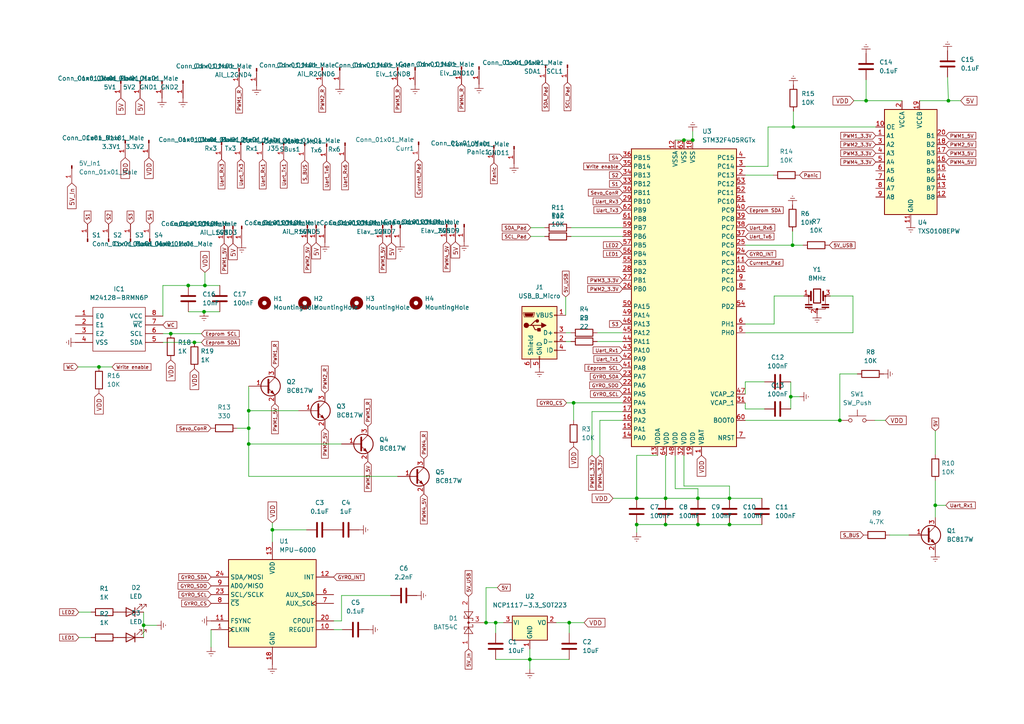
<source format=kicad_sch>
(kicad_sch (version 20211123) (generator eeschema)
  (paper "A4")
  (title_block (title "Flight Controller V3") (comment 4 "Designed by Ahmet Mert Degirmenci"))
  (lib_symbols
    (symbol "Connector:Conn_01x01_Male" (pin_names (offset 1.016) hide)
      (property "Reference" "J" (at 0 2.54 0))
      (property "Value" "Conn_01x01_Male" (at 0 -2.54 0))
      (symbol "Conn_01x01_Male_1_1"
        (pin passive line (at 5.08 0 180) (length 3.81) (name "Pin_1") (number "1"))
      )
    )
    (symbol "Connector:USB_B_Micro" (pin_names (offset 1.016))
      (property "Reference" "J" (at -5.08 11.43 0))
      (property "Value" "USB_B_Micro" (at -5.08 8.89 0))
      (symbol "USB_B_Micro_1_1"
        (pin power_out line (at 7.62 5.08 180) (length 2.54) (name "VBUS") (number "1"))
        (pin bidirectional line (at 7.62 -2.54 180) (length 2.54) (name "D-") (number "2"))
        (pin bidirectional line (at 7.62 0 180) (length 2.54) (name "D+") (number "3"))
        (pin passive line (at 7.62 -5.08 180) (length 2.54) (name "ID") (number "4"))
        (pin power_out line (at 0 -10.16 90) (length 2.54) (name "GND") (number "5"))
        (pin passive line (at -2.54 -10.16 90) (length 2.54) (name "Shield") (number "6"))
      )
    )
    (symbol "Device:C" (pin_numbers hide) (pin_names (offset 0.254))
      (property "Reference" "C" (at 0.635 2.54 0))
      (property "Value" "C" (at 0.635 -2.54 0))
      (symbol "C_1_1"
        (pin passive line (at 0 3.81 270) (length 2.794) (name "~") (number "1"))
        (pin passive line (at 0 -3.81 90) (length 2.794) (name "~") (number "2"))
      )
    )
    (symbol "Device:LED" (pin_numbers hide) (pin_names (offset 1.016) hide)
      (property "Reference" "D" (at 0 2.54 0))
      (property "Value" "LED" (at 0 -2.54 0))
      (symbol "LED_1_1"
        (pin passive line (at -3.81 0 0) (length 2.54) (name "K") (number "1"))
        (pin passive line (at 3.81 0 180) (length 2.54) (name "A") (number "2"))
      )
    )
    (symbol "Device:R" (pin_numbers hide) (pin_names (offset 0))
      (property "Reference" "R" (at 2.032 0 90))
      (property "Value" "R" (at 0 0 90))
      (symbol "R_1_1"
        (pin passive line (at 0 3.81 270) (length 1.27) (name "~") (number "1"))
        (pin passive line (at 0 -3.81 90) (length 1.27) (name "~") (number "2"))
      )
    )
    (symbol "Device:Resonator" (pin_names (offset 1.016) hide)
      (property "Reference" "Y" (at 0 5.715 0))
      (property "Value" "Resonator" (at 0 3.81 0))
      (symbol "Resonator_1_1"
        (pin passive line (at -3.81 0 0) (length 1.27) (name "1") (number "1"))
        (pin passive line (at 0 -5.08 90) (length 1.27) (name "2") (number "2"))
        (pin passive line (at 3.81 0 180) (length 1.27) (name "3") (number "3"))
      )
    )
    (symbol "Diode:BAT54C" (pin_names (offset 1.016))
      (property "Reference" "D" (at 0.635 -3.81 0))
      (property "Value" "BAT54C" (at -6.35 3.175 0))
      (symbol "BAT54C_1_1"
        (pin passive line (at -7.62 0 0) (length 3.81) (name "~") (number "1"))
        (pin passive line (at 7.62 0 180) (length 3.81) (name "~") (number "2"))
        (pin passive line (at 0 -5.08 90) (length 5.08) (name "~") (number "3"))
      )
    )
    (symbol "Logic_LevelTranslator:TXS0108EPW"
      (property "Reference" "U" (at -6.35 16.51 0))
      (property "Value" "TXS0108EPW" (at 3.81 16.51 0))
      (symbol "TXS0108EPW_1_1"
        (pin bidirectional line (at -10.16 7.62 0) (length 2.54) (name "A1") (number "1"))
        (pin input line (at -10.16 10.16 0) (length 2.54) (name "OE") (number "10"))
        (pin power_in line (at 0 -17.78 90) (length 2.54) (name "GND") (number "11"))
        (pin bidirectional line (at 10.16 -10.16 180) (length 2.54) (name "B8") (number "12"))
        (pin bidirectional line (at 10.16 -7.62 180) (length 2.54) (name "B7") (number "13"))
        (pin bidirectional line (at 10.16 -5.08 180) (length 2.54) (name "B6") (number "14"))
        (pin bidirectional line (at 10.16 -2.54 180) (length 2.54) (name "B5") (number "15"))
        (pin bidirectional line (at 10.16 0 180) (length 2.54) (name "B4") (number "16"))
        (pin bidirectional line (at 10.16 2.54 180) (length 2.54) (name "B3") (number "17"))
        (pin bidirectional line (at 10.16 5.08 180) (length 2.54) (name "B2") (number "18"))
        (pin power_in line (at 2.54 17.78 270) (length 2.54) (name "VCCB") (number "19"))
        (pin power_in line (at -2.54 17.78 270) (length 2.54) (name "VCCA") (number "2"))
        (pin bidirectional line (at 10.16 7.62 180) (length 2.54) (name "B1") (number "20"))
        (pin bidirectional line (at -10.16 5.08 0) (length 2.54) (name "A2") (number "3"))
        (pin bidirectional line (at -10.16 2.54 0) (length 2.54) (name "A3") (number "4"))
        (pin bidirectional line (at -10.16 0 0) (length 2.54) (name "A4") (number "5"))
        (pin bidirectional line (at -10.16 -2.54 0) (length 2.54) (name "A5") (number "6"))
        (pin bidirectional line (at -10.16 -5.08 0) (length 2.54) (name "A6") (number "7"))
        (pin bidirectional line (at -10.16 -7.62 0) (length 2.54) (name "A7") (number "8"))
        (pin bidirectional line (at -10.16 -10.16 0) (length 2.54) (name "A8") (number "9"))
      )
    )
    (symbol "M24128-BRMN6P:M24128-BRMN6P" (pin_names (offset 0.762))
      (property "Reference" "IC" (at 21.59 7.62 0))
      (property "Value" "M24128-BRMN6P" (at 21.59 5.08 0))
      (symbol "M24128-BRMN6P_0_0"
        (pin passive line (at 0 0 0) (length 5.08) (name "E0") (number "1"))
        (pin passive line (at 0 -2.54 0) (length 5.08) (name "E1") (number "2"))
        (pin passive line (at 0 -5.08 0) (length 5.08) (name "E2") (number "3"))
        (pin passive line (at 0 -7.62 0) (length 5.08) (name "VSS") (number "4"))
        (pin passive line (at 25.4 -7.62 180) (length 5.08) (name "SDA") (number "5"))
        (pin passive line (at 25.4 -5.08 180) (length 5.08) (name "SCL") (number "6"))
        (pin passive line (at 25.4 -2.54 180) (length 5.08) (name "~{WC}") (number "7"))
        (pin passive line (at 25.4 0 180) (length 5.08) (name "VCC") (number "8"))
      )
    )
    (symbol "MCU_ST_STM32F4:STM32F405RGTx"
      (property "Reference" "U" (at -15.24 44.45 0))
      (property "Value" "STM32F405RGTx" (at 10.16 44.45 0))
      (symbol "STM32F405RGTx_1_1"
        (pin power_in line (at -5.08 45.72 270) (length 2.54) (name "VBAT") (number "1"))
        (pin bidirectional line (at -17.78 -7.62 0) (length 2.54) (name "PC2") (number "10"))
        (pin bidirectional line (at -17.78 -10.16 0) (length 2.54) (name "PC3") (number "11"))
        (pin power_in line (at 2.54 -45.72 90) (length 2.54) (name "VSSA") (number "12"))
        (pin power_in line (at 7.62 45.72 270) (length 2.54) (name "VDDA") (number "13"))
        (pin bidirectional line (at 17.78 40.64 180) (length 2.54) (name "PA0") (number "14"))
        (pin bidirectional line (at 17.78 38.1 180) (length 2.54) (name "PA1") (number "15"))
        (pin bidirectional line (at 17.78 35.56 180) (length 2.54) (name "PA2") (number "16"))
        (pin bidirectional line (at 17.78 33.02 180) (length 2.54) (name "PA3") (number "17"))
        (pin power_in line (at -2.54 -45.72 90) (length 2.54) (name "VSS") (number "18"))
        (pin power_in line (at -2.54 45.72 270) (length 2.54) (name "VDD") (number "19"))
        (pin bidirectional line (at -17.78 -35.56 0) (length 2.54) (name "PC13") (number "2"))
        (pin bidirectional line (at 17.78 30.48 180) (length 2.54) (name "PA4") (number "20"))
        (pin bidirectional line (at 17.78 27.94 180) (length 2.54) (name "PA5") (number "21"))
        (pin bidirectional line (at 17.78 25.4 180) (length 2.54) (name "PA6") (number "22"))
        (pin bidirectional line (at 17.78 22.86 180) (length 2.54) (name "PA7") (number "23"))
        (pin bidirectional line (at -17.78 -12.7 0) (length 2.54) (name "PC4") (number "24"))
        (pin bidirectional line (at -17.78 -15.24 0) (length 2.54) (name "PC5") (number "25"))
        (pin bidirectional line (at 17.78 -2.54 180) (length 2.54) (name "PB0") (number "26"))
        (pin bidirectional line (at 17.78 -5.08 180) (length 2.54) (name "PB1") (number "27"))
        (pin bidirectional line (at 17.78 -7.62 180) (length 2.54) (name "PB2") (number "28"))
        (pin bidirectional line (at 17.78 -27.94 180) (length 2.54) (name "PB10") (number "29"))
        (pin bidirectional line (at -17.78 -38.1 0) (length 2.54) (name "PC14") (number "3"))
        (pin bidirectional line (at 17.78 -30.48 180) (length 2.54) (name "PB11") (number "30"))
        (pin power_in line (at -17.78 30.48 0) (length 2.54) (name "VCAP_1") (number "31"))
        (pin power_in line (at 0 45.72 270) (length 2.54) (name "VDD") (number "32"))
        (pin bidirectional line (at 17.78 -33.02 180) (length 2.54) (name "PB12") (number "33"))
        (pin bidirectional line (at 17.78 -35.56 180) (length 2.54) (name "PB13") (number "34"))
        (pin bidirectional line (at 17.78 -38.1 180) (length 2.54) (name "PB14") (number "35"))
        (pin bidirectional line (at 17.78 -40.64 180) (length 2.54) (name "PB15") (number "36"))
        (pin bidirectional line (at -17.78 -17.78 0) (length 2.54) (name "PC6") (number "37"))
        (pin bidirectional line (at -17.78 -20.32 0) (length 2.54) (name "PC7") (number "38"))
        (pin bidirectional line (at -17.78 -22.86 0) (length 2.54) (name "PC8") (number "39"))
        (pin bidirectional line (at -17.78 -40.64 0) (length 2.54) (name "PC15") (number "4"))
        (pin bidirectional line (at -17.78 -25.4 0) (length 2.54) (name "PC9") (number "40"))
        (pin bidirectional line (at 17.78 20.32 180) (length 2.54) (name "PA8") (number "41"))
        (pin bidirectional line (at 17.78 17.78 180) (length 2.54) (name "PA9") (number "42"))
        (pin bidirectional line (at 17.78 15.24 180) (length 2.54) (name "PA10") (number "43"))
        (pin bidirectional line (at 17.78 12.7 180) (length 2.54) (name "PA11") (number "44"))
        (pin bidirectional line (at 17.78 10.16 180) (length 2.54) (name "PA12") (number "45"))
        (pin bidirectional line (at 17.78 7.62 180) (length 2.54) (name "PA13") (number "46"))
        (pin power_in line (at -17.78 27.94 0) (length 2.54) (name "VCAP_2") (number "47"))
        (pin power_in line (at 2.54 45.72 270) (length 2.54) (name "VDD") (number "48"))
        (pin bidirectional line (at 17.78 5.08 180) (length 2.54) (name "PA14") (number "49"))
        (pin input line (at -17.78 10.16 0) (length 2.54) (name "PH0") (number "5"))
        (pin bidirectional line (at 17.78 2.54 180) (length 2.54) (name "PA15") (number "50"))
        (pin bidirectional line (at -17.78 -27.94 0) (length 2.54) (name "PC10") (number "51"))
        (pin bidirectional line (at -17.78 -30.48 0) (length 2.54) (name "PC11") (number "52"))
        (pin bidirectional line (at -17.78 -33.02 0) (length 2.54) (name "PC12") (number "53"))
        (pin bidirectional line (at -17.78 2.54 0) (length 2.54) (name "PD2") (number "54"))
        (pin bidirectional line (at 17.78 -10.16 180) (length 2.54) (name "PB3") (number "55"))
        (pin bidirectional line (at 17.78 -12.7 180) (length 2.54) (name "PB4") (number "56"))
        (pin bidirectional line (at 17.78 -15.24 180) (length 2.54) (name "PB5") (number "57"))
        (pin bidirectional line (at 17.78 -17.78 180) (length 2.54) (name "PB6") (number "58"))
        (pin bidirectional line (at 17.78 -20.32 180) (length 2.54) (name "PB7") (number "59"))
        (pin input line (at -17.78 7.62 0) (length 2.54) (name "PH1") (number "6"))
        (pin input line (at -17.78 35.56 0) (length 2.54) (name "BOOT0") (number "60"))
        (pin bidirectional line (at 17.78 -22.86 180) (length 2.54) (name "PB8") (number "61"))
        (pin bidirectional line (at 17.78 -25.4 180) (length 2.54) (name "PB9") (number "62"))
        (pin power_in line (at 0 -45.72 90) (length 2.54) (name "VSS") (number "63"))
        (pin power_in line (at 5.08 45.72 270) (length 2.54) (name "VDD") (number "64"))
        (pin input line (at -17.78 40.64 0) (length 2.54) (name "NRST") (number "7"))
        (pin bidirectional line (at -17.78 -2.54 0) (length 2.54) (name "PC0") (number "8"))
        (pin bidirectional line (at -17.78 -5.08 0) (length 2.54) (name "PC1") (number "9"))
      )
    )
    (symbol "Mechanical:MountingHole" (pin_names (offset 1.016))
      (property "Reference" "H" (at 0 5.08 0))
      (property "Value" "MountingHole" (at 0 3.175 0))
    )
    (symbol "Regulator_Linear:NCP1117-3.3_SOT223" (pin_names (offset 0.254))
      (property "Reference" "U" (at -3.81 3.175 0))
      (property "Value" "NCP1117-3.3_SOT223" (at 0 3.175 0))
      (symbol "NCP1117-3.3_SOT223_1_1"
        (pin power_in line (at 0 -7.62 90) (length 2.54) (name "GND") (number "1"))
        (pin power_out line (at 7.62 0 180) (length 2.54) (name "VO") (number "2"))
        (pin power_in line (at -7.62 0 0) (length 2.54) (name "VI") (number "3"))
      )
    )
    (symbol "Sensor_Motion:MPU-6000"
      (property "Reference" "U" (at -11.43 13.97 0))
      (property "Value" "MPU-6000" (at 7.62 -13.97 0))
      (symbol "MPU-6000_1_1"
        (pin input clock (at -17.78 -7.62 0) (length 5.08) (name "CLKIN") (number "1"))
        (pin passive line (at 17.78 -7.62 180) (length 5.08) (name "REGOUT") (number "10"))
        (pin input line (at -17.78 -5.08 0) (length 5.08) (name "FSYNC") (number "11"))
        (pin output line (at 17.78 7.62 180) (length 5.08) (name "INT") (number "12"))
        (pin power_in line (at 0 17.78 270) (length 5.08) (name "VDD") (number "13"))
        (pin power_in line (at 0 -17.78 90) (length 5.08) (name "GND") (number "18"))
        (pin passive line (at 17.78 -5.08 180) (length 5.08) (name "CPOUT") (number "20"))
        (pin input line (at -17.78 2.54 0) (length 5.08) (name "SCL/SCLK") (number "23"))
        (pin bidirectional line (at -17.78 7.62 0) (length 5.08) (name "SDA/MOSI") (number "24"))
        (pin bidirectional line (at 17.78 2.54 180) (length 5.08) (name "AUX_SDA") (number "6"))
        (pin output clock (at 17.78 0 180) (length 5.08) (name "AUX_SCL") (number "7"))
        (pin input line (at -17.78 0 0) (length 5.08) (name "~{CS}") (number "8"))
        (pin bidirectional line (at -17.78 5.08 0) (length 5.08) (name "AD0/MISO") (number "9"))
      )
    )
    (symbol "Switch:SW_Push" (pin_numbers hide) (pin_names (offset 1.016) hide)
      (property "Reference" "SW" (at 1.27 2.54 0))
      (property "Value" "SW_Push" (at 0 -1.524 0))
      (symbol "SW_Push_0_1"
        (pin passive line (at -5.08 0 0) (length 2.54) (name "1") (number "1"))
        (pin passive line (at 5.08 0 180) (length 2.54) (name "2") (number "2"))
      )
    )
    (symbol "Transistor_BJT:BC817W" (pin_names (offset 0) hide)
      (property "Reference" "Q" (at 5.08 1.905 0))
      (property "Value" "BC817W" (at 5.08 0 0))
      (symbol "BC817W_1_1"
        (pin input line (at -5.08 0 0) (length 5.715) (name "B") (number "1"))
        (pin passive line (at 2.54 -5.08 90) (length 2.54) (name "E") (number "2"))
        (pin passive line (at 2.54 5.08 270) (length 2.54) (name "C") (number "3"))
      )
    )
    (symbol "power:Earth" (power) (pin_names (offset 0))
      (symbol "Earth_1_1"
        (pin power_in line (at 0 0 270) (length 0) hide (name "Earth") (number "1"))
      )
    )
  )
  (junction (at 251.206 29.21))
  (junction (at 229.362 115.062))
  (junction (at 78.994 153.67))
  (junction (at 229.87 71.12))
  (junction (at 275.082 29.21))
  (junction (at 72.136 128.778))
  (junction (at 153.67 191.262))
  (junction (at 56.388 99.314))
  (junction (at 230.124 36.83))
  (junction (at 271.272 146.558))
  (junction (at 72.136 119.126))
  (junction (at 202.438 144.526))
  (junction (at 59.436 82.804))
  (junction (at 184.658 152.146))
  (junction (at 184.658 144.526))
  (junction (at 49.53 96.774))
  (junction (at 41.656 181.356))
  (junction (at 59.182 90.424))
  (junction (at 243.586 121.92))
  (junction (at 165.1 180.594))
  (junction (at 211.582 152.146))
  (junction (at 143.764 180.594))
  (junction (at 193.04 144.526))
  (junction (at 72.136 124.206))
  (junction (at 202.438 152.146))
  (junction (at 198.374 40.64))
  (junction (at 140.97 180.594))
  (junction (at 166.37 116.84))
  (junction (at 28.702 106.426))
  (junction (at 211.582 144.526))
  (junction (at 200.914 40.64))
  (junction (at 193.04 152.146))
  (junction (at 54.61 82.804))
  (wire (pts (xy 61.214 187.706) (xy 61.214 182.626)))
  (wire (pts (xy 271.272 146.558) (xy 271.272 150.114)))
  (wire (pts (xy 275.082 29.21) (xy 266.7 29.21)))
  (wire (pts (xy 253.746 121.92) (xy 256.794 121.92)))
  (wire (pts (xy 240.792 85.852) (xy 247.396 85.852)))
  (wire (pts (xy 56.388 99.314) (xy 58.42 99.314)))
  (wire (pts (xy 193.04 144.526) (xy 184.658 144.526)))
  (wire (pts (xy 153.924 68.58) (xy 157.988 68.58)))
  (wire (pts (xy 72.136 112.014) (xy 72.136 119.126)))
  (wire (pts (xy 211.582 144.526) (xy 220.98 144.526)))
  (wire (pts (xy 258.064 155.194) (xy 263.652 155.194)))
  (wire (pts (xy 200.914 38.1) (xy 200.914 40.64)))
  (wire (pts (xy 41.656 181.356) (xy 45.466 181.356)))
  (wire (pts (xy 173.99 121.92) (xy 173.99 132.08)))
  (wire (pts (xy 22.86 177.546) (xy 26.416 177.546)))
  (wire (pts (xy 96.774 180.086) (xy 99.06 180.086)))
  (wire (pts (xy 78.994 157.226) (xy 78.994 153.67)))
  (wire (pts (xy 165.1 180.594) (xy 169.418 180.594)))
  (wire (pts (xy 202.438 144.526) (xy 202.438 141.732)))
  (wire (pts (xy 177.8 144.526) (xy 184.658 144.526)))
  (wire (pts (xy 54.61 90.424) (xy 59.182 90.424)))
  (wire (pts (xy 211.582 140.97) (xy 211.582 144.526)))
  (wire (pts (xy 153.924 66.04) (xy 157.988 66.04)))
  (wire (pts (xy 180.594 116.84) (xy 166.37 116.84)))
  (wire (pts (xy 22.86 184.912) (xy 26.416 184.912)))
  (wire (pts (xy 153.67 191.262) (xy 165.1 191.262)))
  (wire (pts (xy 243.586 108.458) (xy 248.666 108.458)))
  (wire (pts (xy 140.97 180.594) (xy 140.97 170.434)))
  (wire (pts (xy 72.136 128.778) (xy 99.06 128.778)))
  (wire (pts (xy 164.338 116.84) (xy 166.37 116.84)))
  (wire (pts (xy 99.06 180.086) (xy 99.06 172.72)))
  (wire (pts (xy 184.658 144.526) (xy 184.658 132.08)))
  (wire (pts (xy 216.154 93.98) (xy 224.536 93.98)))
  (wire (pts (xy 222.758 36.83) (xy 222.758 48.26)))
  (wire (pts (xy 164.084 86.106) (xy 164.084 91.44)))
  (wire (pts (xy 229.362 110.744) (xy 229.362 115.062)))
  (wire (pts (xy 99.06 172.72) (xy 113.284 172.72)))
  (wire (pts (xy 47.244 82.804) (xy 54.61 82.804)))
  (wire (pts (xy 153.67 191.262) (xy 153.67 194.056)))
  (wire (pts (xy 166.37 116.84) (xy 166.37 121.92)))
  (wire (pts (xy 216.154 121.92) (xy 243.586 121.92)))
  (wire (pts (xy 211.582 140.97) (xy 198.374 140.97)))
  (wire (pts (xy 173.228 99.06) (xy 180.594 99.06)))
  (wire (pts (xy 153.67 188.214) (xy 153.67 191.262)))
  (wire (pts (xy 180.594 119.38) (xy 171.704 119.38)))
  (wire (pts (xy 171.704 119.38) (xy 171.704 132.08)))
  (wire (pts (xy 224.282 50.8) (xy 216.154 50.8)))
  (wire (pts (xy 47.244 82.804) (xy 47.244 91.694)))
  (wire (pts (xy 198.374 140.97) (xy 198.374 132.08)))
  (wire (pts (xy 251.206 23.114) (xy 251.206 29.21)))
  (wire (pts (xy 140.97 180.594) (xy 143.764 180.594)))
  (wire (pts (xy 195.834 40.64) (xy 198.374 40.64)))
  (wire (pts (xy 72.136 119.126) (xy 86.614 119.126)))
  (wire (pts (xy 68.834 124.206) (xy 72.136 124.206)))
  (wire (pts (xy 224.536 85.852) (xy 224.536 93.98)))
  (wire (pts (xy 59.436 82.804) (xy 63.754 82.804)))
  (wire (pts (xy 180.594 121.92) (xy 173.99 121.92)))
  (wire (pts (xy 271.272 139.446) (xy 271.272 146.558)))
  (wire (pts (xy 202.438 141.732) (xy 195.834 141.732)))
  (wire (pts (xy 47.244 96.774) (xy 49.53 96.774)))
  (wire (pts (xy 230.124 36.83) (xy 222.758 36.83)))
  (wire (pts (xy 164.084 96.52) (xy 165.608 96.52)))
  (wire (pts (xy 274.828 22.352) (xy 275.082 29.21)))
  (wire (pts (xy 229.362 115.062) (xy 229.362 118.618)))
  (wire (pts (xy 216.154 96.52) (xy 247.396 96.52)))
  (wire (pts (xy 143.764 180.594) (xy 146.05 180.594)))
  (wire (pts (xy 140.97 170.434) (xy 144.272 170.434)))
  (wire (pts (xy 164.084 99.06) (xy 165.608 99.06)))
  (wire (pts (xy 216.154 114.3) (xy 216.154 110.744)))
  (wire (pts (xy 78.994 151.638) (xy 78.994 153.67)))
  (wire (pts (xy 193.04 144.526) (xy 193.04 132.08)))
  (wire (pts (xy 216.154 71.12) (xy 229.87 71.12)))
  (wire (pts (xy 184.658 152.146) (xy 184.658 154.432)))
  (wire (pts (xy 195.834 141.732) (xy 195.834 132.08)))
  (wire (pts (xy 165.608 68.58) (xy 180.594 68.58)))
  (wire (pts (xy 47.244 99.314) (xy 56.388 99.314)))
  (wire (pts (xy 28.702 106.426) (xy 32.512 106.426)))
  (wire (pts (xy 165.1 180.594) (xy 161.29 180.594)))
  (wire (pts (xy 115.316 138.176) (xy 72.136 138.176)))
  (wire (pts (xy 271.272 124.968) (xy 271.272 131.826)))
  (wire (pts (xy 271.272 146.558) (xy 274.32 146.558)))
  (wire (pts (xy 54.61 82.804) (xy 59.436 82.804)))
  (wire (pts (xy 216.154 118.618) (xy 221.742 118.618)))
  (wire (pts (xy 230.124 32.258) (xy 230.124 36.83)))
  (wire (pts (xy 72.136 138.176) (xy 72.136 128.778)))
  (wire (pts (xy 193.04 144.526) (xy 202.438 144.526)))
  (wire (pts (xy 193.04 132.08) (xy 193.294 132.08)))
  (wire (pts (xy 243.586 108.458) (xy 243.586 121.92)))
  (wire (pts (xy 247.65 29.21) (xy 251.206 29.21)))
  (wire (pts (xy 229.362 115.062) (xy 231.902 115.062)))
  (wire (pts (xy 222.758 48.26) (xy 216.154 48.26)))
  (wire (pts (xy 165.608 66.04) (xy 180.594 66.04)))
  (wire (pts (xy 72.136 119.126) (xy 72.136 124.206)))
  (wire (pts (xy 232.918 71.12) (xy 229.87 71.12)))
  (wire (pts (xy 229.87 71.12) (xy 229.87 67.056)))
  (wire (pts (xy 78.994 153.67) (xy 88.9 153.67)))
  (wire (pts (xy 165.1 183.642) (xy 165.1 180.594)))
  (wire (pts (xy 220.98 152.146) (xy 211.582 152.146)))
  (wire (pts (xy 193.04 152.146) (xy 184.658 152.146)))
  (wire (pts (xy 224.536 85.852) (xy 233.172 85.852)))
  (wire (pts (xy 202.438 152.146) (xy 193.04 152.146)))
  (wire (pts (xy 211.582 152.146) (xy 202.438 152.146)))
  (wire (pts (xy 184.658 132.08) (xy 190.754 132.08)))
  (wire (pts (xy 72.136 124.206) (xy 72.136 128.778)))
  (wire (pts (xy 173.228 96.52) (xy 180.594 96.52)))
  (wire (pts (xy 216.154 110.744) (xy 221.742 110.744)))
  (wire (pts (xy 49.53 96.774) (xy 58.42 96.774)))
  (wire (pts (xy 216.154 116.84) (xy 216.154 118.618)))
  (wire (pts (xy 22.606 106.426) (xy 28.702 106.426)))
  (wire (pts (xy 202.438 144.526) (xy 211.582 144.526)))
  (wire (pts (xy 198.374 40.64) (xy 200.914 40.64)))
  (wire (pts (xy 143.764 180.594) (xy 143.764 183.642)))
  (wire (pts (xy 251.206 29.21) (xy 261.62 29.21)))
  (wire (pts (xy 254 36.83) (xy 230.124 36.83)))
  (wire (pts (xy 96.774 182.626) (xy 99.314 182.626)))
  (wire (pts (xy 59.436 82.804) (xy 59.436 78.994)))
  (wire (pts (xy 59.182 90.424) (xy 63.754 90.424)))
  (wire (pts (xy 41.656 181.356) (xy 41.656 184.912)))
  (wire (pts (xy 41.656 177.546) (xy 41.656 181.356)))
  (wire (pts (xy 278.638 29.21) (xy 275.082 29.21)))
  (wire (pts (xy 143.764 191.262) (xy 153.67 191.262)))
  (wire (pts (xy 247.396 85.852) (xy 247.396 96.52)))
  (global_label "LED2" (shape input) (at 22.86 177.546 180) (effects (font (size 1 1))) (property "Intersheet References" "${INTERSHEET_REFS}" (effects hide)))
  (global_label "PWM1_5V" (shape input) (at 79.756 117.094 270) (effects (font (size 1 1))) (property "Intersheet References" "${INTERSHEET_REFS}" (effects hide)))
  (global_label "GYRO_CS" (shape input) (at 164.338 116.84 180) (effects (font (size 1 1))) (property "Intersheet References" "${INTERSHEET_REFS}" (effects hide)))
  (global_label "GYRO_SCL" (shape input) (at 180.594 114.3 180) (effects (font (size 1 1))) (property "Intersheet References" "${INTERSHEET_REFS}" (effects hide)))
  (global_label "VDD" (shape input) (at 78.994 151.638 90) (property "Intersheet References" "${INTERSHEET_REFS}" (effects hide)))
  (global_label "VDD" (shape input) (at 36.322 45.72 270) (property "Intersheet References" "${INTERSHEET_REFS}" (effects hide)))
  (global_label "5V_In" (shape input) (at 20.828 53.086 270) (property "Intersheet References" "${INTERSHEET_REFS}" (effects hide)))
  (global_label "Eeprom SDA" (shape input) (at 58.42 99.314 0) (effects (font (size 1 1))) (property "Intersheet References" "${INTERSHEET_REFS}" (effects hide)))
  (global_label "PWM1_3.3V" (shape input) (at 171.704 132.08 270) (effects (font (size 1 1))) (property "Intersheet References" "${INTERSHEET_REFS}" (effects hide)))
  (global_label "VDD" (shape input) (at 256.794 121.92 0) (property "Intersheet References" "${INTERSHEET_REFS}" (effects hide)))
  (global_label "5V" (shape input) (at 278.638 29.21 0) (property "Intersheet References" "${INTERSHEET_REFS}" (effects hide)))
  (global_label "PWM2_R" (shape input) (at 93.472 24.638 270) (effects (font (size 1 1))) (property "Intersheet References" "${INTERSHEET_REFS}" (effects hide)))
  (global_label "Uart_Rx6" (shape input) (at 100.076 46.482 270) (effects (font (size 1 1))) (property "Intersheet References" "${INTERSHEET_REFS}" (effects hide)))
  (global_label "5V" (shape input) (at 40.64 28.448 270) (property "Intersheet References" "${INTERSHEET_REFS}" (effects hide)))
  (global_label "PWM4_5V" (shape input) (at 122.936 143.256 270) (effects (font (size 1 1))) (property "Intersheet References" "${INTERSHEET_REFS}" (effects hide)))
  (global_label "S2" (shape input) (at 31.496 65.024 90) (effects (font (size 1 1))) (property "Intersheet References" "${INTERSHEET_REFS}" (effects hide)))
  (global_label "PWM3_3.3V" (shape input) (at 180.594 81.28 180) (effects (font (size 1 1))) (property "Intersheet References" "${INTERSHEET_REFS}" (effects hide)))
  (global_label "Uart_Tx3" (shape input) (at 69.85 46.228 270) (effects (font (size 1 1))) (property "Intersheet References" "${INTERSHEET_REFS}" (effects hide)))
  (global_label "PWM2_5V" (shape input) (at 94.234 124.206 270) (effects (font (size 1 1))) (property "Intersheet References" "${INTERSHEET_REFS}" (effects hide)))
  (global_label "VDD" (shape input) (at 203.454 132.08 270) (property "Intersheet References" "${INTERSHEET_REFS}" (effects hide)))
  (global_label "GYRO_SDO" (shape input) (at 61.214 169.926 180) (effects (font (size 1 1))) (property "Intersheet References" "${INTERSHEET_REFS}" (effects hide)))
  (global_label "PWM3_5V" (shape input) (at 274.32 44.45 0) (effects (font (size 1 1))) (property "Intersheet References" "${INTERSHEET_REFS}" (effects hide)))
  (global_label "S2" (shape input) (at 180.594 50.8 180) (effects (font (size 1 1))) (property "Intersheet References" "${INTERSHEET_REFS}" (effects hide)))
  (global_label "S3" (shape input) (at 37.846 65.024 90) (effects (font (size 1 1))) (property "Intersheet References" "${INTERSHEET_REFS}" (effects hide)))
  (global_label "Panic" (shape input) (at 143.256 47.244 270) (effects (font (size 1 1))) (property "Intersheet References" "${INTERSHEET_REFS}" (effects hide)))
  (global_label "LED2" (shape input) (at 180.594 71.12 180) (effects (font (size 1 1))) (property "Intersheet References" "${INTERSHEET_REFS}" (effects hide)))
  (global_label "Uart_Tx1" (shape input) (at 82.296 46.228 270) (effects (font (size 1 1))) (property "Intersheet References" "${INTERSHEET_REFS}" (effects hide)))
  (global_label "S1" (shape input) (at 25.4 65.024 90) (effects (font (size 1 1))) (property "Intersheet References" "${INTERSHEET_REFS}" (effects hide)))
  (global_label "5V" (shape input) (at 113.538 70.358 270) (property "Intersheet References" "${INTERSHEET_REFS}" (effects hide)))
  (global_label "5V" (shape input) (at 91.694 70.358 270) (property "Intersheet References" "${INTERSHEET_REFS}" (effects hide)))
  (global_label "VDD" (shape input) (at 28.702 114.046 270) (property "Intersheet References" "${INTERSHEET_REFS}" (effects hide)))
  (global_label "GYRO_SDA" (shape input) (at 61.214 167.386 180) (effects (font (size 1 1))) (property "Intersheet References" "${INTERSHEET_REFS}" (effects hide)))
  (global_label "PWM2_5V" (shape input) (at 89.154 70.358 270) (effects (font (size 1 1))) (property "Intersheet References" "${INTERSHEET_REFS}" (effects hide)))
  (global_label "Eeprom SDA" (shape input) (at 216.154 60.96 0) (effects (font (size 1 1))) (property "Intersheet References" "${INTERSHEET_REFS}" (effects hide)))
  (global_label "Panic" (shape input) (at 231.902 50.8 0) (effects (font (size 1 1))) (property "Intersheet References" "${INTERSHEET_REFS}" (effects hide)))
  (global_label "PWM3_3.3V" (shape input) (at 254 44.45 180) (effects (font (size 1 1))) (property "Intersheet References" "${INTERSHEET_REFS}" (effects hide)))
  (global_label "5V_USB" (shape input) (at 240.538 71.12 0) (effects (font (size 1 1))) (property "Intersheet References" "${INTERSHEET_REFS}" (effects hide)))
  (global_label "PWM3_5V" (shape input) (at 110.998 70.358 270) (effects (font (size 1 1))) (property "Intersheet References" "${INTERSHEET_REFS}" (effects hide)))
  (global_label "LED1" (shape input) (at 22.86 184.912 180) (effects (font (size 1 1))) (property "Intersheet References" "${INTERSHEET_REFS}" (effects hide)))
  (global_label "Uart_Tx1" (shape input) (at 180.594 104.14 180) (effects (font (size 1 1))) (property "Intersheet References" "${INTERSHEET_REFS}" (effects hide)))
  (global_label "S3" (shape input) (at 180.594 93.98 180) (effects (font (size 1 1))) (property "Intersheet References" "${INTERSHEET_REFS}" (effects hide)))
  (global_label "SCL_Pad" (shape input) (at 164.592 23.876 270) (effects (font (size 1 1))) (property "Intersheet References" "${INTERSHEET_REFS}" (effects hide)))
  (global_label "GYRO_CS" (shape input) (at 61.214 175.006 180) (effects (font (size 1 1))) (property "Intersheet References" "${INTERSHEET_REFS}" (effects hide)))
  (global_label "Write enable" (shape input) (at 32.512 106.426 0) (effects (font (size 1 1))) (property "Intersheet References" "${INTERSHEET_REFS}" (effects hide)))
  (global_label "Uart_Tx3" (shape input) (at 180.594 60.96 180) (effects (font (size 1 1))) (property "Intersheet References" "${INTERSHEET_REFS}" (effects hide)))
  (global_label "PWM4_R" (shape input) (at 133.858 24.384 270) (effects (font (size 1 1))) (property "Intersheet References" "${INTERSHEET_REFS}" (effects hide)))
  (global_label "Current_Pad" (shape input) (at 216.154 76.2 0) (effects (font (size 1 1))) (property "Intersheet References" "${INTERSHEET_REFS}" (effects hide)))
  (global_label "PWM1_5V" (shape input) (at 274.32 39.37 0) (effects (font (size 1 1))) (property "Intersheet References" "${INTERSHEET_REFS}" (effects hide)))
  (global_label "Uart_Tx6" (shape input) (at 216.154 68.58 0) (effects (font (size 1 1))) (property "Intersheet References" "${INTERSHEET_REFS}" (effects hide)))
  (global_label "VDD" (shape input) (at 166.37 129.54 270) (property "Intersheet References" "${INTERSHEET_REFS}" (effects hide)))
  (global_label "Uart_Rx1" (shape input) (at 180.594 101.6 180) (effects (font (size 1 1))) (property "Intersheet References" "${INTERSHEET_REFS}" (effects hide)))
  (global_label "WC" (shape input) (at 22.606 106.426 180) (effects (font (size 1 1))) (property "Intersheet References" "${INTERSHEET_REFS}" (effects hide)))
  (global_label "Uart_Tx6" (shape input) (at 94.742 46.736 270) (effects (font (size 1 1))) (property "Intersheet References" "${INTERSHEET_REFS}" (effects hide)))
  (global_label "Sevo_ConR" (shape input) (at 61.214 124.206 180) (effects (font (size 1 1))) (property "Intersheet References" "${INTERSHEET_REFS}" (effects hide)))
  (global_label "PWM2_3.3V" (shape input) (at 180.594 83.82 180) (effects (font (size 1 1))) (property "Intersheet References" "${INTERSHEET_REFS}" (effects hide)))
  (global_label "PWM2_3.3V" (shape input) (at 254 41.91 180) (effects (font (size 1 1))) (property "Intersheet References" "${INTERSHEET_REFS}" (effects hide)))
  (global_label "Uart_Rx3" (shape input) (at 64.262 46.228 270) (effects (font (size 1 1))) (property "Intersheet References" "${INTERSHEET_REFS}" (effects hide)))
  (global_label "Eeprom SCL" (shape input) (at 58.42 96.774 0) (effects (font (size 1 1))) (property "Intersheet References" "${INTERSHEET_REFS}" (effects hide)))
  (global_label "VDD" (shape input) (at 177.8 144.526 180) (property "Intersheet References" "${INTERSHEET_REFS}" (effects hide)))
  (global_label "Uart_Rx3" (shape input) (at 180.594 58.42 180) (effects (font (size 1 1))) (property "Intersheet References" "${INTERSHEET_REFS}" (effects hide)))
  (global_label "Uart_Rx6" (shape input) (at 216.154 66.04 0) (effects (font (size 1 1))) (property "Intersheet References" "${INTERSHEET_REFS}" (effects hide)))
  (global_label "VDD" (shape input) (at 59.436 78.994 90) (property "Intersheet References" "${INTERSHEET_REFS}" (effects hide)))
  (global_label "PWM4_3.3V" (shape input) (at 173.99 132.08 270) (effects (font (size 1 1))) (property "Intersheet References" "${INTERSHEET_REFS}" (effects hide)))
  (global_label "5V" (shape input) (at 35.052 28.448 270) (property "Intersheet References" "${INTERSHEET_REFS}" (effects hide)))
  (global_label "VDD" (shape input) (at 247.65 29.21 180) (property "Intersheet References" "${INTERSHEET_REFS}" (effects hide)))
  (global_label "GYRO_INT" (shape input) (at 96.774 167.386 0) (effects (font (size 1 1))) (property "Intersheet References" "${INTERSHEET_REFS}" (effects hide)))
  (global_label "PWM1_3.3V" (shape input) (at 254 39.37 180) (effects (font (size 1 1))) (property "Intersheet References" "${INTERSHEET_REFS}" (effects hide)))
  (global_label "SCL_Pad" (shape input) (at 153.924 68.58 180) (effects (font (size 1 1))) (property "Intersheet References" "${INTERSHEET_REFS}" (effects hide)))
  (global_label "PWM4_R" (shape input) (at 122.936 133.096 90) (effects (font (size 1 1))) (property "Intersheet References" "${INTERSHEET_REFS}" (effects hide)))
  (global_label "5V_In" (shape input) (at 135.89 188.214 270) (effects (font (size 1 1))) (property "Intersheet References" "${INTERSHEET_REFS}" (effects hide)))
  (global_label "LED1" (shape input) (at 180.594 73.66 180) (effects (font (size 1 1))) (property "Intersheet References" "${INTERSHEET_REFS}" (effects hide)))
  (global_label "5V" (shape input) (at 271.272 124.968 90) (effects (font (size 1 1))) (property "Intersheet References" "${INTERSHEET_REFS}" (effects hide)))
  (global_label "Write enable" (shape input) (at 180.594 48.26 180) (effects (font (size 1 1))) (property "Intersheet References" "${INTERSHEET_REFS}" (effects hide)))
  (global_label "VDD" (shape input) (at 49.53 104.394 270) (property "Intersheet References" "${INTERSHEET_REFS}" (effects hide)))
  (global_label "Current_Pad" (shape input) (at 121.412 46.228 270) (effects (font (size 1 1))) (property "Intersheet References" "${INTERSHEET_REFS}" (effects hide)))
  (global_label "PWM1_R" (shape input) (at 79.756 106.934 90) (effects (font (size 1 1))) (property "Intersheet References" "${INTERSHEET_REFS}" (effects hide)))
  (global_label "SDA_Pad" (shape input) (at 158.242 23.876 270) (effects (font (size 1 1))) (property "Intersheet References" "${INTERSHEET_REFS}" (effects hide)))
  (global_label "5V_USB" (shape input) (at 164.084 86.106 90) (effects (font (size 1 1))) (property "Intersheet References" "${INTERSHEET_REFS}" (effects hide)))
  (global_label "PWM4_5V" (shape input) (at 274.32 46.99 0) (effects (font (size 1 1))) (property "Intersheet References" "${INTERSHEET_REFS}" (effects hide)))
  (global_label "S4" (shape input) (at 43.434 65.024 90) (effects (font (size 1 1))) (property "Intersheet References" "${INTERSHEET_REFS}" (effects hide)))
  (global_label "GYRO_SDO" (shape input) (at 180.594 111.76 180) (effects (font (size 1 1))) (property "Intersheet References" "${INTERSHEET_REFS}" (effects hide)))
  (global_label "S4" (shape input) (at 180.594 45.72 180) (effects (font (size 1 1))) (property "Intersheet References" "${INTERSHEET_REFS}" (effects hide)))
  (global_label "PWM3_R" (shape input) (at 115.316 24.638 270) (effects (font (size 1 1))) (property "Intersheet References" "${INTERSHEET_REFS}" (effects hide)))
  (global_label "PWM2_5V" (shape input) (at 274.32 41.91 0) (effects (font (size 1 1))) (property "Intersheet References" "${INTERSHEET_REFS}" (effects hide)))
  (global_label "VDD" (shape input) (at 43.18 45.72 270) (property "Intersheet References" "${INTERSHEET_REFS}" (effects hide)))
  (global_label "PWM2_R" (shape input) (at 94.234 114.046 90) (effects (font (size 1 1))) (property "Intersheet References" "${INTERSHEET_REFS}" (effects hide)))
  (global_label "S1" (shape input) (at 180.594 53.34 180) (effects (font (size 1 1))) (property "Intersheet References" "${INTERSHEET_REFS}" (effects hide)))
  (global_label "GYRO_INT" (shape input) (at 216.154 73.66 0) (effects (font (size 1 1))) (property "Intersheet References" "${INTERSHEET_REFS}" (effects hide)))
  (global_label "PWM3_R" (shape input) (at 106.68 123.698 90) (effects (font (size 1 1))) (property "Intersheet References" "${INTERSHEET_REFS}" (effects hide)))
  (global_label "PWM3_5V" (shape input) (at 106.68 133.858 270) (effects (font (size 1 1))) (property "Intersheet References" "${INTERSHEET_REFS}" (effects hide)))
  (global_label "Uart_Rx1" (shape input) (at 274.32 146.558 0) (effects (font (size 1 1))) (property "Intersheet References" "${INTERSHEET_REFS}" (effects hide)))
  (global_label "PWM1_R" (shape input) (at 69.342 24.892 270) (effects (font (size 1 1))) (property "Intersheet References" "${INTERSHEET_REFS}" (effects hide)))
  (global_label "PWM1_5V" (shape input) (at 65.024 70.612 270) (effects (font (size 1 1))) (property "Intersheet References" "${INTERSHEET_REFS}" (effects hide)))
  (global_label "5V" (shape input) (at 132.08 70.104 270) (property "Intersheet References" "${INTERSHEET_REFS}" (effects hide)))
  (global_label "GYRO_SCL" (shape input) (at 61.214 172.466 180) (effects (font (size 1 1))) (property "Intersheet References" "${INTERSHEET_REFS}" (effects hide)))
  (global_label "Eeprom SCL" (shape input) (at 180.594 106.68 180) (effects (font (size 1 1))) (property "Intersheet References" "${INTERSHEET_REFS}" (effects hide)))
  (global_label "WC" (shape input) (at 47.244 94.234 0) (effects (font (size 1 1))) (property "Intersheet References" "${INTERSHEET_REFS}" (effects hide)))
  (global_label "VDD" (shape input) (at 56.388 106.934 270) (property "Intersheet References" "${INTERSHEET_REFS}" (effects hide)))
  (global_label "PWM4_5V" (shape input) (at 129.54 70.104 270) (effects (font (size 1 1))) (property "Intersheet References" "${INTERSHEET_REFS}" (effects hide)))
  (global_label "Uart_Rx1" (shape input) (at 76.2 46.228 270) (effects (font (size 1 1))) (property "Intersheet References" "${INTERSHEET_REFS}" (effects hide)))
  (global_label "S_BUS" (shape input) (at 88.392 46.482 270) (effects (font (size 1 1))) (property "Intersheet References" "${INTERSHEET_REFS}" (effects hide)))
  (global_label "GYRO_SDA" (shape input) (at 180.594 109.22 180) (effects (font (size 1 1))) (property "Intersheet References" "${INTERSHEET_REFS}" (effects hide)))
  (global_label "PWM4_3.3V" (shape input) (at 254 46.99 180) (effects (font (size 1 1))) (property "Intersheet References" "${INTERSHEET_REFS}" (effects hide)))
  (global_label "5V" (shape input) (at 144.272 170.434 0) (effects (font (size 1 1))) (property "Intersheet References" "${INTERSHEET_REFS}" (effects hide)))
  (global_label "S_BUS" (shape input) (at 250.444 155.194 180) (effects (font (size 1 1))) (property "Intersheet References" "${INTERSHEET_REFS}" (effects hide)))
  (global_label "VDD" (shape input) (at 169.418 180.594 0) (property "Intersheet References" "${INTERSHEET_REFS}" (effects hide)))
  (global_label "5V_USB" (shape input) (at 135.89 172.974 90) (effects (font (size 1 1))) (property "Intersheet References" "${INTERSHEET_REFS}" (effects hide)))
  (global_label "5V" (shape input) (at 67.564 70.612 270) (property "Intersheet References" "${INTERSHEET_REFS}" (effects hide)))
  (global_label "Sevo_ConR" (shape input) (at 180.594 55.88 180) (effects (font (size 1 1))) (property "Intersheet References" "${INTERSHEET_REFS}" (effects hide)))
  (global_label "SDA_Pad" (shape input) (at 153.924 66.04 180) (effects (font (size 1 1))) (property "Intersheet References" "${INTERSHEET_REFS}" (effects hide)))
  (symbol (lib_id "Connector:Conn_01x01_Male") (at 100.076 41.402 270) (unit 1)
    (property "Reference" "Rx6" (at 98.806 43.3071 90) (effects (justify right)))
    (property "Value" "Conn_01x01_Male" (at 98.806 40.7671 90) (effects (justify right)))
    (property "Footprint" "Pads:SolderWirePad_1x01_SMD_2x3.5mm" (effects hide))
  )
  (symbol (lib_id "Connector:Conn_01x01_Male") (at 164.592 18.796 270) (unit 1)
    (property "Reference" "SCL1" (at 163.322 20.7011 90) (effects (justify right)))
    (property "Value" "Conn_01x01_Male" (at 163.322 18.1611 90) (effects (justify right)))
    (property "Footprint" "Pads:SolderWirePad_1x01_SMD_2x3.5mm" (effects hide))
  )
  (symbol (lib_id "Device:C") (at 92.71 153.67 90) (unit 1)
    (property "Reference" "C3" (at 92.71 145.796 90))
    (property "Value" "0.1uF" (at 92.71 148.336 90))
    (property "Footprint" "Capacitor_SMD:C_0402_1005Metric_Pad0.74x0.62mm_HandSolder" (effects hide))
  )
  (symbol (lib_id "MCU_ST_STM32F4:STM32F405RGTx") (at 198.374 86.36 180) (unit 1)
    (property "Reference" "U3" (at 203.6827 38.1 0) (effects (justify right)))
    (property "Value" "STM32F405RGTx" (at 203.6827 40.64 0) (effects (justify right)))
    (property "Footprint" "Package_QFP:LQFP-64_10x10mm_P0.5mm" (effects hide))
    (property "Datasheet" "http://www.st.com/st-web-ui/static/active/en/resource/technical/document/datasheet/DM00037051.pdf" (effects hide))
  )
  (symbol (lib_id "Device:R") (at 161.798 66.04 270) (unit 1)
    (property "Reference" "R11" (at 161.798 60.198 90))
    (property "Value" "10K" (at 161.798 62.738 90))
    (property "Footprint" "Resistor_SMD:R_0402_1005Metric_Pad0.72x0.64mm_HandSolder" (effects hide))
  )
  (symbol (lib_id "Device:C") (at 225.552 110.744 270) (unit 1)
    (property "Reference" "C12" (at 225.552 103.632 90))
    (property "Value" "100nF" (at 225.552 106.172 90))
    (property "Footprint" "Capacitor_SMD:C_0402_1005Metric_Pad0.74x0.62mm_HandSolder" (effects hide))
  )
  (symbol (lib_id "Connector:Conn_01x01_Male") (at 138.938 19.304 270) (unit 1)
    (property "Reference" "GND10" (at 137.668 21.2091 90) (effects (justify right)))
    (property "Value" "Conn_01x01_Male" (at 137.668 18.6691 90) (effects (justify right)))
    (property "Footprint" "Pads:SolderWirePad_1x01_SMD_2x3.5mm" (effects hide))
  )
  (symbol (lib_id "Device:R") (at 169.418 96.52 90) (unit 1)
    (property "Reference" "R4" (at 169.418 89.662 90))
    (property "Value" "22" (at 169.418 92.202 90))
    (property "Footprint" "Resistor_SMD:R_0402_1005Metric_Pad0.72x0.64mm_HandSolder" (effects hide))
  )
  (symbol (lib_id "power:Earth") (at 251.206 15.494 180) (unit 1)
    (property "Reference" "#PWR0102" (effects hide))
    (property "Value" "Earth" (effects hide))
  )
  (symbol (lib_id "Device:C") (at 103.124 182.626 90) (unit 1)
    (property "Reference" "C5" (at 103.124 174.752 90))
    (property "Value" "0.1uF" (at 103.124 177.292 90))
    (property "Footprint" "Capacitor_SMD:C_0402_1005Metric_Pad0.74x0.62mm_HandSolder" (effects hide))
  )
  (symbol (lib_id "Connector:Conn_01x01_Male") (at 70.104 65.532 270) (unit 1)
    (property "Reference" "GND3" (at 68.834 67.4371 90) (effects (justify right)))
    (property "Value" "Conn_01x01_Male" (at 68.834 64.8971 90) (effects (justify right)))
    (property "Footprint" "Pads:SolderWirePad_1x01_SMD_2x3.5mm" (effects hide))
  )
  (symbol (lib_id "Mechanical:MountingHole") (at 120.65 87.884 0) (unit 1)
    (property "Reference" "H4" (at 123.19 86.6139 0) (effects (justify left)))
    (property "Value" "MountingHole" (at 123.19 89.1539 0) (effects (justify left)))
    (property "Footprint" "MountingHole:MountingHole_3.2mm_M3" (effects hide))
  )
  (symbol (lib_id "Device:R") (at 30.226 177.546 90) (unit 1)
    (property "Reference" "R1" (at 30.226 170.688 90))
    (property "Value" "1K" (at 30.226 173.228 90))
    (property "Footprint" "Resistor_SMD:R_0402_1005Metric_Pad0.72x0.64mm_HandSolder" (effects hide))
  )
  (symbol (lib_id "Device:R") (at 166.37 125.73 180) (unit 1)
    (property "Reference" "R3" (at 168.656 124.4599 0) (effects (justify right)))
    (property "Value" "10K" (at 168.656 126.9999 0) (effects (justify right)))
    (property "Footprint" "Resistor_SMD:R_0402_1005Metric_Pad0.72x0.64mm_HandSolder" (effects hide))
  )
  (symbol (lib_id "power:Earth") (at 53.086 28.448 0) (unit 1)
    (property "Reference" "#PWR023" (effects hide))
    (property "Value" "Earth" (effects hide))
  )
  (symbol (lib_id "Connector:Conn_01x01_Male") (at 121.412 41.148 270) (unit 1)
    (property "Reference" "Curr1" (at 120.142 43.0531 90) (effects (justify right)))
    (property "Value" "Conn_01x01_Male" (at 120.142 40.5131 90) (effects (justify right)))
    (property "Footprint" "Pads:SolderWirePad_1x01_SMD_2x3.5mm" (effects hide))
  )
  (symbol (lib_id "Device:C") (at 220.98 148.336 180) (unit 1)
    (property "Reference" "C11" (at 224.79 147.0659 0) (effects (justify right)))
    (property "Value" "100nF" (at 224.79 149.6059 0) (effects (justify right)))
    (property "Footprint" "Capacitor_SMD:C_0402_1005Metric_Pad0.74x0.62mm_HandSolder" (effects hide))
  )
  (symbol (lib_id "Device:R") (at 236.728 71.12 90) (unit 1)
    (property "Reference" "R7" (at 236.728 64.262 90))
    (property "Value" "10K" (at 236.728 66.802 90))
    (property "Footprint" "Resistor_SMD:R_0402_1005Metric_Pad0.72x0.64mm_HandSolder" (effects hide))
  )
  (symbol (lib_id "power:Earth") (at 264.16 64.77 0) (unit 1)
    (property "Reference" "#PWR015" (effects hide))
    (property "Value" "Earth" (effects hide))
  )
  (symbol (lib_id "Connector:Conn_01x01_Male") (at 37.846 70.104 90) (unit 1)
    (property "Reference" "S3" (at 39.116 68.1989 90) (effects (justify right)))
    (property "Value" "Conn_01x01_Male" (at 39.116 70.7389 90) (effects (justify right)))
    (property "Footprint" "Pads:SolderWirePad_1x01_SMD_2x3.5mm" (effects hide))
  )
  (symbol (lib_id "Connector:Conn_01x01_Male") (at 120.396 19.558 270) (unit 1)
    (property "Reference" "GND8" (at 119.126 21.4631 90) (effects (justify right)))
    (property "Value" "Conn_01x01_Male" (at 119.126 18.9231 90) (effects (justify right)))
    (property "Footprint" "Pads:SolderWirePad_1x01_SMD_2x3.5mm" (effects hide))
  )
  (symbol (lib_id "Connector:Conn_01x01_Male") (at 20.828 48.006 270) (unit 1)
    (property "Reference" "5V_In1" (at 22.86 47.3709 90) (effects (justify left)))
    (property "Value" "Conn_01x01_Male" (at 22.86 49.9109 90) (effects (justify left)))
    (property "Footprint" "Pads:SolderWirePad_1x01_SMD_2x3.5mm" (effects hide))
  )
  (symbol (lib_id "Device:C") (at 63.754 86.614 180) (unit 1)
    (property "Reference" "C17" (at 67.564 85.3439 0) (effects (justify right)))
    (property "Value" "100nF" (at 67.564 87.8839 0) (effects (justify right)))
    (property "Footprint" "Capacitor_SMD:C_0402_1005Metric_Pad0.74x0.62mm_HandSolder" (effects hide))
  )
  (symbol (lib_id "power:Earth") (at 98.552 24.638 0) (unit 1)
    (property "Reference" "#PWR025" (effects hide))
    (property "Value" "Earth" (effects hide))
  )
  (symbol (lib_id "Device:R") (at 271.272 135.636 0) (unit 1)
    (property "Reference" "R10" (at 273.05 134.3659 0) (effects (justify left)))
    (property "Value" "10K" (at 273.05 136.9059 0) (effects (justify left)))
    (property "Footprint" "Resistor_SMD:R_0402_1005Metric_Pad0.72x0.64mm_HandSolder" (effects hide))
  )
  (symbol (lib_id "Connector:Conn_01x01_Male") (at 31.496 70.104 90) (unit 1)
    (property "Reference" "S2" (at 32.766 68.1989 90) (effects (justify right)))
    (property "Value" "Conn_01x01_Male" (at 32.766 70.7389 90) (effects (justify right)))
    (property "Footprint" "Pads:SolderWirePad_1x01_SMD_2x3.5mm" (effects hide))
  )
  (symbol (lib_id "Connector:Conn_01x01_Male") (at 46.99 23.368 270) (unit 1)
    (property "Reference" "GND1" (at 45.72 25.2731 90) (effects (justify right)))
    (property "Value" "Conn_01x01_Male" (at 45.72 22.7331 90) (effects (justify right)))
    (property "Footprint" "Pads:SolderWirePad_1x01_SMD_2x3.5mm" (effects hide))
  )
  (symbol (lib_id "Connector:Conn_01x01_Male") (at 149.098 42.418 270) (unit 1)
    (property "Reference" "GND11" (at 147.828 44.3231 90) (effects (justify right)))
    (property "Value" "Conn_01x01_Male" (at 147.828 41.7831 90) (effects (justify right)))
    (property "Footprint" "Pads:SolderWirePad_1x01_SMD_2x3.5mm" (effects hide))
  )
  (symbol (lib_id "power:Earth") (at 236.982 90.932 0) (unit 1)
    (property "Reference" "#PWR013" (effects hide))
    (property "Value" "Earth" (effects hide))
  )
  (symbol (lib_id "Device:C") (at 274.828 18.542 180) (unit 1)
    (property "Reference" "C15" (at 278.638 17.2719 0) (effects (justify right)))
    (property "Value" "0.1uF" (at 278.638 19.8119 0) (effects (justify right)))
    (property "Footprint" "Capacitor_SMD:C_0402_1005Metric_Pad0.74x0.62mm_HandSolder" (effects hide))
  )
  (symbol (lib_id "Device:R") (at 169.418 99.06 90) (unit 1)
    (property "Reference" "R5" (at 169.418 92.202 90))
    (property "Value" "22" (at 169.418 94.742 90))
    (property "Footprint" "Resistor_SMD:R_0402_1005Metric_Pad0.72x0.64mm_HandSolder" (effects hide))
  )
  (symbol (lib_id "Transistor_BJT:BC817W") (at 120.396 138.176 0) (unit 1)
    (property "Reference" "Q5" (at 126.238 136.9059 0) (effects (justify left)))
    (property "Value" "BC817W" (at 126.238 139.4459 0) (effects (justify left)))
    (property "Footprint" "Package_TO_SOT_SMD:SOT-323_SC-70" (effects hide))
    (property "Datasheet" "https://www.onsemi.com/pub/Collateral/BC818-D.pdf" (effects hide))
  )
  (symbol (lib_id "power:Earth") (at 138.938 24.384 0) (unit 1)
    (property "Reference" "#PWR027" (effects hide))
    (property "Value" "Earth" (effects hide))
  )
  (symbol (lib_id "power:Earth") (at 21.844 99.314 270) (unit 1)
    (property "Reference" "#PWR029" (effects hide))
    (property "Value" "Earth" (effects hide))
  )
  (symbol (lib_id "Mechanical:MountingHole") (at 88.392 87.884 0) (unit 1)
    (property "Reference" "H2" (at 90.932 86.6139 0) (effects (justify left)))
    (property "Value" "MountingHole" (at 90.932 89.1539 0) (effects (justify left)))
    (property "Footprint" "MountingHole:MountingHole_3.2mm_M3" (effects hide))
  )
  (symbol (lib_id "power:Earth") (at 106.934 182.626 90) (unit 1)
    (property "Reference" "#PWR07" (effects hide))
    (property "Value" "Earth" (effects hide))
  )
  (symbol (lib_id "Diode:BAT54C") (at 135.89 180.594 90) (unit 1)
    (property "Reference" "D1" (at 132.842 179.3239 90) (effects (justify left)))
    (property "Value" "BAT54C" (at 132.842 181.8639 90) (effects (justify left)))
    (property "Footprint" "Package_TO_SOT_SMD:SOT-23" (effects hide))
    (property "Datasheet" "http://www.diodes.com/_files/datasheets/ds11005.pdf" (effects hide))
  )
  (symbol (lib_id "power:Earth") (at 134.62 70.104 0) (unit 1)
    (property "Reference" "#PWR021" (effects hide))
    (property "Value" "Earth" (effects hide))
  )
  (symbol (lib_id "Device:R") (at 254.254 155.194 90) (unit 1)
    (property "Reference" "R9" (at 254.254 148.844 90))
    (property "Value" "4.7K" (at 254.254 151.384 90))
    (property "Footprint" "Resistor_SMD:R_0402_1005Metric_Pad0.72x0.64mm_HandSolder" (effects hide))
  )
  (symbol (lib_id "power:Earth") (at 120.396 24.638 0) (unit 1)
    (property "Reference" "#PWR026" (effects hide))
    (property "Value" "Earth" (effects hide))
  )
  (symbol (lib_id "Device:R") (at 30.226 184.912 90) (unit 1)
    (property "Reference" "R2" (at 30.226 178.054 90))
    (property "Value" "1K" (at 30.226 180.594 90))
    (property "Footprint" "Resistor_SMD:R_0402_1005Metric_Pad0.72x0.64mm_HandSolder" (effects hide))
  )
  (symbol (lib_id "power:Earth") (at 116.078 70.358 0) (unit 1)
    (property "Reference" "#PWR020" (effects hide))
    (property "Value" "Earth" (effects hide))
  )
  (symbol (lib_id "Device:LED") (at 37.846 177.546 180) (unit 1)
    (property "Reference" "D2" (at 39.4335 170.434 0))
    (property "Value" "LED" (at 39.4335 172.974 0))
    (property "Footprint" "LED_SMD:LED_0805_2012Metric_Pad1.15x1.40mm_HandSolder" (effects hide))
  )
  (symbol (lib_id "Connector:Conn_01x01_Male") (at 129.54 65.024 270) (unit 1)
    (property "Reference" "Elav_2" (at 128.27 66.9291 90) (effects (justify right)))
    (property "Value" "Conn_01x01_Male" (at 128.27 64.3891 90) (effects (justify right)))
    (property "Footprint" "Pads:SolderWirePad_1x01_SMD_2x3.5mm" (effects hide))
  )
  (symbol (lib_id "Device:R") (at 229.87 63.246 180) (unit 1)
    (property "Reference" "R6" (at 232.156 61.9759 0) (effects (justify right)))
    (property "Value" "10K" (at 232.156 64.5159 0) (effects (justify right)))
    (property "Footprint" "Resistor_SMD:R_0402_1005Metric_Pad0.72x0.64mm_HandSolder" (effects hide))
  )
  (symbol (lib_id "Connector:Conn_01x01_Male") (at 91.694 65.278 270) (unit 1)
    (property "Reference" "5V4" (at 90.424 67.1831 90) (effects (justify right)))
    (property "Value" "Conn_01x01_Male" (at 90.424 64.6431 90) (effects (justify right)))
    (property "Footprint" "Pads:SolderWirePad_1x01_SMD_2x3.5mm" (effects hide))
  )
  (symbol (lib_id "Connector:USB_B_Micro") (at 156.464 96.52 0) (unit 1)
    (property "Reference" "J1" (at 156.464 83.312 0))
    (property "Value" "USB_B_Micro" (at 156.464 85.852 0))
    (property "Footprint" "Connector_USB:USB_Micro-B_Molex-105017-0001" (effects hide))
  )
  (symbol (lib_id "Transistor_BJT:BC817W") (at 104.14 128.778 0) (unit 1)
    (property "Reference" "Q4" (at 109.982 127.5079 0) (effects (justify left)))
    (property "Value" "BC817W" (at 109.982 130.0479 0) (effects (justify left)))
    (property "Footprint" "Package_TO_SOT_SMD:SOT-323_SC-70" (effects hide))
    (property "Datasheet" "https://www.onsemi.com/pub/Collateral/BC818-D.pdf" (effects hide))
  )
  (symbol (lib_id "Mechanical:MountingHole") (at 103.4271 87.8841 0) (unit 1)
    (property "Reference" "H3" (at 105.9671 86.614 0) (effects (justify left)))
    (property "Value" "MountingHole" (at 105.9671 89.154 0) (effects (justify left)))
    (property "Footprint" "MountingHole:MountingHole_3.2mm_M3" (effects hide))
  )
  (symbol (lib_id "Connector:Conn_01x01_Male") (at 132.08 65.024 270) (unit 1)
    (property "Reference" "5V5" (at 130.81 66.9291 90) (effects (justify right)))
    (property "Value" "Conn_01x01_Male" (at 130.81 64.3891 90) (effects (justify right)))
    (property "Footprint" "Pads:SolderWirePad_1x01_SMD_2x3.5mm" (effects hide))
  )
  (symbol (lib_id "Transistor_BJT:BC817W") (at 268.732 155.194 0) (unit 1)
    (property "Reference" "Q1" (at 274.574 153.9239 0) (effects (justify left)))
    (property "Value" "BC817W" (at 274.574 156.4639 0) (effects (justify left)))
    (property "Footprint" "Package_TO_SOT_SMD:SOT-323_SC-70" (effects hide))
    (property "Datasheet" "https://www.onsemi.com/pub/Collateral/BC818-D.pdf" (effects hide))
  )
  (symbol (lib_id "Connector:Conn_01x01_Male") (at 43.18 40.64 270) (unit 1)
    (property "Reference" "3.3V2" (at 41.91 42.5451 90) (effects (justify right)))
    (property "Value" "Conn_01x01_Male" (at 41.91 40.0051 90) (effects (justify right)))
    (property "Footprint" "Pads:SolderWirePad_1x01_SMD_2x3.5mm" (effects hide))
  )
  (symbol (lib_id "power:Earth") (at 230.124 24.638 180) (unit 1)
    (property "Reference" "#PWR028" (effects hide))
    (property "Value" "Earth" (effects hide))
  )
  (symbol (lib_id "Connector:Conn_01x01_Male") (at 98.552 19.558 270) (unit 1)
    (property "Reference" "GND6" (at 97.282 21.4631 90) (effects (justify right)))
    (property "Value" "Conn_01x01_Male" (at 97.282 18.9231 90) (effects (justify right)))
    (property "Footprint" "Pads:SolderWirePad_1x01_SMD_2x3.5mm" (effects hide))
  )
  (symbol (lib_id "power:Earth") (at 46.99 28.448 0) (unit 1)
    (property "Reference" "#PWR022" (effects hide))
    (property "Value" "Earth" (effects hide))
  )
  (symbol (lib_id "power:Earth") (at 61.214 187.706 0) (unit 1)
    (property "Reference" "#PWR02" (effects hide))
    (property "Value" "Earth" (effects hide))
  )
  (symbol (lib_id "power:Earth") (at 70.104 70.612 0) (unit 1)
    (property "Reference" "#PWR018" (effects hide))
    (property "Value" "Earth" (effects hide))
  )
  (symbol (lib_id "Device:R") (at 161.798 68.58 270) (unit 1)
    (property "Reference" "R12" (at 161.798 62.484 90))
    (property "Value" "10K" (at 161.798 65.024 90))
    (property "Footprint" "Resistor_SMD:R_0402_1005Metric_Pad0.72x0.64mm_HandSolder" (effects hide))
  )
  (symbol (lib_id "Connector:Conn_01x01_Male") (at 94.742 41.656 270) (unit 1)
    (property "Reference" "Tx6" (at 93.472 43.5611 90) (effects (justify right)))
    (property "Value" "Conn_01x01_Male" (at 93.472 41.0211 90) (effects (justify right)))
    (property "Footprint" "Pads:SolderWirePad_1x01_SMD_2x3.5mm" (effects hide))
  )
  (symbol (lib_id "Connector:Conn_01x01_Male") (at 65.024 65.532 270) (unit 1)
    (property "Reference" "Ail_L1" (at 63.754 67.4371 90) (effects (justify right)))
    (property "Value" "Conn_01x01_Male" (at 63.754 64.8971 90) (effects (justify right)))
    (property "Footprint" "Pads:SolderWirePad_1x01_SMD_2x3.5mm" (effects hide))
  )
  (symbol (lib_id "Connector:Conn_01x01_Male") (at 35.052 23.368 270) (unit 1)
    (property "Reference" "5V1" (at 33.782 25.2731 90) (effects (justify right)))
    (property "Value" "Conn_01x01_Male" (at 33.782 22.7331 90) (effects (justify right)))
    (property "Footprint" "Pads:SolderWirePad_1x01_SMD_2x3.5mm" (effects hide))
  )
  (symbol (lib_id "Connector:Conn_01x01_Male") (at 25.4 70.104 90) (unit 1)
    (property "Reference" "S1" (at 26.67 68.1989 90) (effects (justify right)))
    (property "Value" "Conn_01x01_Male" (at 26.67 70.7389 90) (effects (justify right)))
    (property "Footprint" "Pads:SolderWirePad_1x01_SMD_2x3.5mm" (effects hide))
  )
  (symbol (lib_id "power:Earth") (at 104.14 153.67 90) (unit 1)
    (property "Reference" "#PWR06" (effects hide))
    (property "Value" "Earth" (effects hide))
  )
  (symbol (lib_id "Connector:Conn_01x01_Male") (at 94.234 65.278 270) (unit 1)
    (property "Reference" "GND5" (at 92.964 67.1831 90) (effects (justify right)))
    (property "Value" "Conn_01x01_Male" (at 92.964 64.6431 90) (effects (justify right)))
    (property "Footprint" "Pads:SolderWirePad_1x01_SMD_2x3.5mm" (effects hide))
  )
  (symbol (lib_id "Device:C") (at 184.658 148.336 180) (unit 1)
    (property "Reference" "C7" (at 188.468 147.0659 0) (effects (justify right)))
    (property "Value" "100nF" (at 188.468 149.6059 0) (effects (justify right)))
    (property "Footprint" "Capacitor_SMD:C_0402_1005Metric_Pad0.74x0.62mm_HandSolder" (effects hide))
  )
  (symbol (lib_id "Sensor_Motion:MPU-6000") (at 78.994 175.006 0) (unit 1)
    (property "Reference" "U1" (at 81.0134 156.972 0) (effects (justify left)))
    (property "Value" "MPU-6000" (at 81.0134 159.512 0) (effects (justify left)))
    (property "Footprint" "Sensor_Motion:InvenSense_QFN-24_4x4mm_P0.5mm" (effects hide))
    (property "Datasheet" "https://store.invensense.com/datasheets/invensense/MPU-6050_DataSheet_V3%204.pdf" (effects hide))
  )
  (symbol (lib_id "Device:C") (at 202.438 148.336 180) (unit 1)
    (property "Reference" "C9" (at 206.248 147.0659 0) (effects (justify right)))
    (property "Value" "100nF" (at 206.248 149.6059 0) (effects (justify right)))
    (property "Footprint" "Capacitor_SMD:C_0402_1005Metric_Pad0.74x0.62mm_HandSolder" (effects hide))
  )
  (symbol (lib_id "power:Earth") (at 256.286 108.458 90) (unit 1)
    (property "Reference" "#PWR014" (effects hide))
    (property "Value" "Earth" (effects hide))
  )
  (symbol (lib_id "power:Earth") (at 78.994 192.786 0) (unit 1)
    (property "Reference" "#PWR03" (effects hide))
    (property "Value" "Earth" (effects hide))
  )
  (symbol (lib_id "Device:C") (at 193.04 148.336 180) (unit 1)
    (property "Reference" "C8" (at 196.85 147.0659 0) (effects (justify right)))
    (property "Value" "100nF" (at 196.85 149.6059 0) (effects (justify right)))
    (property "Footprint" "Capacitor_SMD:C_0402_1005Metric_Pad0.74x0.62mm_HandSolder" (effects hide))
  )
  (symbol (lib_id "Connector:Conn_01x01_Male") (at 74.422 19.812 270) (unit 1)
    (property "Reference" "GND4" (at 73.152 21.7171 90) (effects (justify right)))
    (property "Value" "Conn_01x01_Male" (at 73.152 19.1771 90) (effects (justify right)))
    (property "Footprint" "Pads:SolderWirePad_1x01_SMD_2x3.5mm" (effects hide))
  )
  (symbol (lib_id "Device:R") (at 228.092 50.8 90) (unit 1)
    (property "Reference" "R14" (at 228.092 43.942 90))
    (property "Value" "10K" (at 228.092 46.482 90))
    (property "Footprint" "Resistor_SMD:R_0402_1005Metric_Pad0.72x0.64mm_HandSolder" (effects hide))
  )
  (symbol (lib_id "Connector:Conn_01x01_Male") (at 89.154 65.278 270) (unit 1)
    (property "Reference" "Ail_R1" (at 87.884 67.1831 90) (effects (justify right)))
    (property "Value" "Conn_01x01_Male" (at 87.884 64.6431 90) (effects (justify right)))
    (property "Footprint" "Pads:SolderWirePad_1x01_SMD_2x3.5mm" (effects hide))
  )
  (symbol (lib_id "Device:C") (at 225.552 118.618 270) (unit 1)
    (property "Reference" "C13" (at 225.552 111.76 90))
    (property "Value" "100nF" (at 225.552 114.3 90))
    (property "Footprint" "Capacitor_SMD:C_0402_1005Metric_Pad0.74x0.62mm_HandSolder" (effects hide))
  )
  (symbol (lib_id "Connector:Conn_01x01_Male") (at 116.078 65.278 270) (unit 1)
    (property "Reference" "GND7" (at 114.808 67.1831 90) (effects (justify right)))
    (property "Value" "Conn_01x01_Male" (at 114.808 64.6431 90) (effects (justify right)))
    (property "Footprint" "Pads:SolderWirePad_1x01_SMD_2x3.5mm" (effects hide))
  )
  (symbol (lib_id "Connector:Conn_01x01_Male") (at 82.296 41.148 270) (unit 1)
    (property "Reference" "J35" (at 81.026 43.0531 90) (effects (justify right)))
    (property "Value" "Conn_01x01_Male" (at 81.026 40.5131 90) (effects (justify right)))
    (property "Footprint" "Pads:SolderWirePad_1x01_SMD_2x3.5mm" (effects hide))
  )
  (symbol (lib_id "Device:C") (at 143.764 187.452 180) (unit 1)
    (property "Reference" "C1" (at 147.32 186.1819 0) (effects (justify right)))
    (property "Value" "10uF" (at 147.32 188.7219 0) (effects (justify right)))
    (property "Footprint" "Capacitor_SMD:C_0402_1005Metric_Pad0.74x0.62mm_HandSolder" (effects hide))
  )
  (symbol (lib_id "Connector:Conn_01x01_Male") (at 64.262 41.148 270) (unit 1)
    (property "Reference" "Rx3" (at 62.992 43.0531 90) (effects (justify right)))
    (property "Value" "Conn_01x01_Male" (at 62.992 40.5131 90) (effects (justify right)))
    (property "Footprint" "Pads:SolderWirePad_1x01_SMD_2x3.5mm" (effects hide))
  )
  (symbol (lib_id "Device:R") (at 252.476 108.458 270) (unit 1)
    (property "Reference" "R8" (at 252.476 102.108 90))
    (property "Value" "10K" (at 252.476 104.648 90))
    (property "Footprint" "Resistor_SMD:R_0402_1005Metric_Pad0.72x0.64mm_HandSolder" (effects hide))
  )
  (symbol (lib_id "Connector:Conn_01x01_Male") (at 53.086 23.368 270) (unit 1)
    (property "Reference" "GND2" (at 51.816 25.2731 90) (effects (justify right)))
    (property "Value" "Conn_01x01_Male" (at 51.816 22.7331 90) (effects (justify right)))
    (property "Footprint" "Pads:SolderWirePad_1x01_SMD_2x3.5mm" (effects hide))
  )
  (symbol (lib_id "Device:R") (at 28.702 110.236 180) (unit 1)
    (property "Reference" "R16" (at 30.988 108.9659 0) (effects (justify right)))
    (property "Value" "10K" (at 30.988 111.5059 0) (effects (justify right)))
    (property "Footprint" "Resistor_SMD:R_0402_1005Metric_Pad0.72x0.64mm_HandSolder" (effects hide))
  )
  (symbol (lib_id "power:Earth") (at 156.464 106.68 0) (unit 1)
    (property "Reference" "#PWR09" (effects hide))
    (property "Value" "Earth" (effects hide))
  )
  (symbol (lib_id "Connector:Conn_01x01_Male") (at 40.64 23.368 270) (unit 1)
    (property "Reference" "5V2" (at 39.37 25.2731 90) (effects (justify right)))
    (property "Value" "Conn_01x01_Male" (at 39.37 22.7331 90) (effects (justify right)))
    (property "Footprint" "Pads:SolderWirePad_1x01_SMD_2x3.5mm" (effects hide))
  )
  (symbol (lib_id "power:Earth") (at 61.214 180.086 270) (unit 1)
    (property "Reference" "#PWR01" (effects hide))
    (property "Value" "Earth" (effects hide))
  )
  (symbol (lib_id "Mechanical:MountingHole") (at 76.708 87.884 0) (unit 1)
    (property "Reference" "H1" (at 79.248 86.6139 0) (effects (justify left)))
    (property "Value" "MountingHole" (at 79.248 89.1539 0) (effects (justify left)))
    (property "Footprint" "MountingHole:MountingHole_3.2mm_M3" (effects hide))
  )
  (symbol (lib_id "power:Earth") (at 184.658 154.432 0) (unit 1)
    (property "Reference" "#PWR010" (effects hide))
    (property "Value" "Earth" (effects hide))
  )
  (symbol (lib_id "Device:C") (at 117.094 172.72 90) (unit 1)
    (property "Reference" "C6" (at 117.094 164.846 90))
    (property "Value" "2.2nF" (at 117.094 167.386 90))
    (property "Footprint" "Capacitor_SMD:C_0402_1005Metric_Pad0.74x0.62mm_HandSolder" (effects hide))
  )
  (symbol (lib_id "Connector:Conn_01x01_Male") (at 110.998 65.278 270) (unit 1)
    (property "Reference" "Elav_1" (at 109.728 67.1831 90) (effects (justify right)))
    (property "Value" "Conn_01x01_Male" (at 109.728 64.6431 90) (effects (justify right)))
    (property "Footprint" "Pads:SolderWirePad_1x01_SMD_2x3.5mm" (effects hide))
  )
  (symbol (lib_id "Device:C") (at 211.582 148.336 180) (unit 1)
    (property "Reference" "C10" (at 215.392 147.0659 0) (effects (justify right)))
    (property "Value" "100nF" (at 215.392 149.6059 0) (effects (justify right)))
    (property "Footprint" "Capacitor_SMD:C_0402_1005Metric_Pad0.74x0.62mm_HandSolder" (effects hide))
  )
  (symbol (lib_id "Regulator_Linear:NCP1117-3.3_SOT223") (at 153.67 180.594 0) (unit 1)
    (property "Reference" "U2" (at 153.67 172.974 0))
    (property "Value" "NCP1117-3.3_SOT223" (at 153.67 175.514 0))
    (property "Footprint" "Package_TO_SOT_SMD:SOT-223-3_TabPin2" (effects hide))
    (property "Datasheet" "http://www.onsemi.com/pub_link/Collateral/NCP1117-D.PDF" (effects hide))
  )
  (symbol (lib_id "Connector:Conn_01x01_Male") (at 43.434 70.104 90) (unit 1)
    (property "Reference" "S4" (at 44.704 68.1989 90) (effects (justify right)))
    (property "Value" "Conn_01x01_Male" (at 44.704 70.7389 90) (effects (justify right)))
    (property "Footprint" "Pads:SolderWirePad_1x01_SMD_2x3.5mm" (effects hide))
  )
  (symbol (lib_id "Connector:Conn_01x01_Male") (at 143.256 42.164 270) (unit 1)
    (property "Reference" "Panic1" (at 141.986 44.0691 90) (effects (justify right)))
    (property "Value" "Conn_01x01_Male" (at 141.986 41.5291 90) (effects (justify right)))
    (property "Footprint" "Pads:SolderWirePad_1x01_SMD_2x3.5mm" (effects hide))
  )
  (symbol (lib_id "Device:LED") (at 37.846 184.912 180) (unit 1)
    (property "Reference" "D3" (at 39.4335 177.8 0))
    (property "Value" "LED" (at 39.4335 180.34 0))
    (property "Footprint" "LED_SMD:LED_0805_2012Metric_Pad1.15x1.40mm_HandSolder" (effects hide))
  )
  (symbol (lib_id "Connector:Conn_01x01_Male") (at 69.85 41.148 270) (unit 1)
    (property "Reference" "Tx3" (at 68.58 43.0531 90) (effects (justify right)))
    (property "Value" "Conn_01x01_Male" (at 68.58 40.5131 90) (effects (justify right)))
    (property "Footprint" "Pads:SolderWirePad_1x01_SMD_2x3.5mm" (effects hide))
  )
  (symbol (lib_id "Logic_LevelTranslator:TXS0108EPW") (at 264.16 46.99 0) (unit 1)
    (property "Reference" "U4" (at 266.1794 64.516 0) (effects (justify left)))
    (property "Value" "TXS0108EPW" (at 266.1794 67.056 0) (effects (justify left)))
    (property "Footprint" "Package_SO:TSSOP-20_4.4x6.5mm_P0.65mm" (effects hide))
    (property "Datasheet" "www.ti.com/lit/ds/symlink/txs0108e.pdf" (effects hide))
  )
  (symbol (lib_id "Device:Resonator") (at 236.982 85.852 0) (unit 1)
    (property "Reference" "Y1" (at 236.982 78.162 0))
    (property "Value" "8MHz" (at 236.982 80.702 0))
    (property "Footprint" "Crystal:Resonator_SMD_Murata_SFSKA-3Pin_7.9x3.8mm_HandSoldering" (effects hide))
  )
  (symbol (lib_id "power:Earth") (at 45.466 181.356 90) (unit 1)
    (property "Reference" "#PWR05" (effects hide))
    (property "Value" "Earth" (effects hide))
  )
  (symbol (lib_id "Connector:Conn_01x01_Male") (at 36.322 40.64 270) (unit 1)
    (property "Reference" "3.3V1" (at 35.052 42.5451 90) (effects (justify right)))
    (property "Value" "Conn_01x01_Male" (at 35.052 40.0051 90) (effects (justify right)))
    (property "Footprint" "Pads:SolderWirePad_1x01_SMD_2x3.5mm" (effects hide))
  )
  (symbol (lib_id "power:Earth") (at 153.67 194.056 0) (unit 1)
    (property "Reference" "#PWR04" (effects hide))
    (property "Value" "Earth" (effects hide))
  )
  (symbol (lib_id "power:Earth") (at 229.87 59.436 180) (unit 1)
    (property "Reference" "#PWR012" (effects hide))
    (property "Value" "Earth" (effects hide))
  )
  (symbol (lib_id "Device:R") (at 230.124 28.448 0) (unit 1)
    (property "Reference" "R15" (at 232.41 27.1779 0) (effects (justify left)))
    (property "Value" "10K" (at 232.41 29.7179 0) (effects (justify left)))
    (property "Footprint" "Resistor_SMD:R_0402_1005Metric_Pad0.72x0.64mm_HandSolder" (effects hide))
  )
  (symbol (lib_id "Transistor_BJT:BC817W") (at 77.216 112.014 0) (unit 1)
    (property "Reference" "Q2" (at 83.058 110.7439 0) (effects (justify left)))
    (property "Value" "BC817W" (at 83.058 113.2839 0) (effects (justify left)))
    (property "Footprint" "Package_TO_SOT_SMD:SOT-323_SC-70" (effects hide))
    (property "Datasheet" "https://www.onsemi.com/pub/Collateral/BC818-D.pdf" (effects hide))
  )
  (symbol (lib_id "Device:C") (at 251.206 19.304 180) (unit 1)
    (property "Reference" "C14" (at 255.016 18.0339 0) (effects (justify right)))
    (property "Value" "0.1uF" (at 255.016 20.5739 0) (effects (justify right)))
    (property "Footprint" "Capacitor_SMD:C_0402_1005Metric_Pad0.74x0.62mm_HandSolder" (effects hide))
  )
  (symbol (lib_id "Device:C") (at 100.33 153.67 90) (unit 1)
    (property "Reference" "C4" (at 100.33 145.796 90))
    (property "Value" "1uF" (at 100.33 148.336 90))
    (property "Footprint" "Capacitor_SMD:C_0402_1005Metric_Pad0.74x0.62mm_HandSolder" (effects hide))
  )
  (symbol (lib_id "Transistor_BJT:BC817W") (at 91.694 119.126 0) (unit 1)
    (property "Reference" "Q3" (at 97.536 117.8559 0) (effects (justify left)))
    (property "Value" "BC817W" (at 97.536 120.3959 0) (effects (justify left)))
    (property "Footprint" "Package_TO_SOT_SMD:SOT-323_SC-70" (effects hide))
    (property "Datasheet" "https://www.onsemi.com/pub/Collateral/BC818-D.pdf" (effects hide))
  )
  (symbol (lib_id "Connector:Conn_01x01_Male") (at 93.472 19.558 270) (unit 1)
    (property "Reference" "Ail_R2" (at 92.202 21.4631 90) (effects (justify right)))
    (property "Value" "Conn_01x01_Male" (at 92.202 18.9231 90) (effects (justify right)))
    (property "Footprint" "Pads:SolderWirePad_1x01_SMD_2x3.5mm" (effects hide))
  )
  (symbol (lib_id "Device:R") (at 65.024 124.206 270) (unit 1)
    (property "Reference" "R13" (at 65.024 118.11 90))
    (property "Value" "330" (at 65.024 120.65 90))
    (property "Footprint" "Resistor_SMD:R_0402_1005Metric_Pad0.72x0.64mm_HandSolder" (effects hide))
  )
  (symbol (lib_id "Connector:Conn_01x01_Male") (at 133.858 19.304 270) (unit 1)
    (property "Reference" "Elv_2" (at 132.588 21.2091 90) (effects (justify right)))
    (property "Value" "Conn_01x01_Male" (at 132.588 18.6691 90) (effects (justify right)))
    (property "Footprint" "Pads:SolderWirePad_1x01_SMD_2x3.5mm" (effects hide))
  )
  (symbol (lib_id "power:Earth") (at 149.098 47.498 0) (unit 1)
    (property "Reference" "#PWR0101" (effects hide))
    (property "Value" "Earth" (effects hide))
  )
  (symbol (lib_id "Connector:Conn_01x01_Male") (at 69.342 19.812 270) (unit 1)
    (property "Reference" "Ail_L2" (at 68.072 21.7171 90) (effects (justify right)))
    (property "Value" "Conn_01x01_Male" (at 68.072 19.1771 90) (effects (justify right)))
    (property "Footprint" "Pads:SolderWirePad_1x01_SMD_2x3.5mm" (effects hide))
  )
  (symbol (lib_id "Connector:Conn_01x01_Male") (at 158.242 18.796 270) (unit 1)
    (property "Reference" "SDA1" (at 156.972 20.7011 90) (effects (justify right)))
    (property "Value" "Conn_01x01_Male" (at 156.972 18.1611 90) (effects (justify right)))
    (property "Footprint" "Pads:SolderWirePad_1x01_SMD_2x3.5mm" (effects hide))
  )
  (symbol (lib_id "power:Earth") (at 74.422 24.892 0) (unit 1)
    (property "Reference" "#PWR024" (effects hide))
    (property "Value" "Earth" (effects hide))
  )
  (symbol (lib_id "Switch:SW_Push") (at 248.666 121.92 0) (unit 1)
    (property "Reference" "SW1" (at 248.666 114.3 0))
    (property "Value" "SW_Push" (at 248.666 116.84 0))
    (property "Footprint" "Button_Switch_SMD:SW_Push_1P1T_NO_Vertical_Wuerth_434133025816" (effects hide))
  )
  (symbol (lib_id "Device:C") (at 54.61 86.614 0) (unit 1)
    (property "Reference" "C16" (at 58.674 85.3439 0) (effects (justify left)))
    (property "Value" "10nF" (at 58.674 87.8839 0) (effects (justify left)))
    (property "Footprint" "Capacitor_SMD:C_0402_1005Metric_Pad0.74x0.62mm_HandSolder" (effects hide))
  )
  (symbol (lib_id "Connector:Conn_01x01_Male") (at 88.392 41.402 270) (unit 1)
    (property "Reference" "SBus1" (at 87.122 43.3071 90) (effects (justify right)))
    (property "Value" "Conn_01x01_Male" (at 87.122 40.7671 90) (effects (justify right)))
    (property "Footprint" "Pads:SolderWirePad_1x01_SMD_2x3.5mm" (effects hide))
  )
  (symbol (lib_id "Connector:Conn_01x01_Male") (at 67.564 65.532 270) (unit 1)
    (property "Reference" "5V3" (at 66.294 67.4371 90) (effects (justify right)))
    (property "Value" "Conn_01x01_Male" (at 66.294 64.8971 90) (effects (justify right)))
    (property "Footprint" "Pads:SolderWirePad_1x01_SMD_2x3.5mm" (effects hide))
  )
  (symbol (lib_id "Device:C") (at 165.1 187.452 180) (unit 1)
    (property "Reference" "C2" (at 168.91 186.1819 0) (effects (justify right)))
    (property "Value" "10uF" (at 168.91 188.7219 0) (effects (justify right)))
    (property "Footprint" "Capacitor_SMD:C_0402_1005Metric_Pad0.74x0.62mm_HandSolder" (effects hide))
  )
  (symbol (lib_id "power:Earth") (at 200.914 38.1 180) (unit 1)
    (property "Reference" "#PWR011" (effects hide))
    (property "Value" "Earth" (effects hide))
  )
  (symbol (lib_id "Device:R") (at 49.53 100.584 0) (unit 1)
    (property "Reference" "R18" (at 51.562 99.3139 0) (effects (justify left)))
    (property "Value" "1K" (at 51.562 101.8539 0) (effects (justify left)))
    (property "Footprint" "Resistor_SMD:R_0402_1005Metric_Pad0.72x0.64mm_HandSolder" (effects hide))
  )
  (symbol (lib_id "Connector:Conn_01x01_Male") (at 76.2 41.148 270) (unit 1)
    (property "Reference" "Rx1" (at 74.93 43.0531 90) (effects (justify right)))
    (property "Value" "Conn_01x01_Male" (at 74.93 40.5131 90) (effects (justify right)))
    (property "Footprint" "Pads:SolderWirePad_1x01_SMD_2x3.5mm" (effects hide))
  )
  (symbol (lib_id "power:Earth") (at 274.828 14.732 180) (unit 1)
    (property "Reference" "#PWR0103" (effects hide))
    (property "Value" "Earth" (effects hide))
  )
  (symbol (lib_id "M24128-BRMN6P:M24128-BRMN6P") (at 21.844 91.694 0) (unit 1)
    (property "Reference" "IC1" (at 34.544 83.82 0))
    (property "Value" "M24128-BRMN6P" (at 34.544 86.36 0))
    (property "Footprint" "Package_SO:SO-8_3.9x4.9mm_P1.27mm" (effects hide))
    (property "Datasheet" "http://www.st.com/st-web-ui/static/active/en/resource/technical/document/datasheet/CD00259167.pdf" (effects hide))
    (property "Description" "M24128-BRMN6P, Serial EEPROM Memory 128kbit, Serial-I2C, 900ns 1.8  5.5 V, 8-Pin SOIC" (effects hide))
    (property "Height" "1.75" (effects hide))
    (property "Manufacturer_Name" "STMicroelectronics" (effects hide))
    (property "Manufacturer_Part_Number" "M24128-BRMN6P" (effects hide))
    (property "Mouser Part Number" "511-M24128-BRMN6P" (effects hide))
    (property "Mouser Price/Stock" "https://www.mouser.co.uk/ProductDetail/STMicroelectronics/M24128-BRMN6P/?qs=%252B9pWl1iD4MXsxI1snJjBJA%3D%3D" (effects hide))
    (property "Arrow Part Number" "M24128-BRMN6P" (effects hide))
    (property "Arrow Price/Stock" "https://www.arrow.com/en/products/m24128-brmn6p/stmicroelectronics" (effects hide))
  )
  (symbol (lib_id "power:Earth") (at 271.272 160.274 0) (unit 1)
    (property "Reference" "#PWR016" (effects hide))
    (property "Value" "Earth" (effects hide))
  )
  (symbol (lib_id "Connector:Conn_01x01_Male") (at 113.538 65.278 270) (unit 1)
    (property "Reference" "J27" (at 112.268 67.1831 90) (effects (justify right)))
    (property "Value" "Conn_01x01_Male" (at 112.268 64.6431 90) (effects (justify right)))
    (property "Footprint" "Pads:SolderWirePad_1x01_SMD_2x3.5mm" (effects hide))
  )
  (symbol (lib_id "Device:R") (at 56.388 103.124 0) (unit 1)
    (property "Reference" "R19" (at 58.166 101.8539 0) (effects (justify left)))
    (property "Value" "1K" (at 58.166 104.3939 0) (effects (justify left)))
    (property "Footprint" "Resistor_SMD:R_0402_1005Metric_Pad0.72x0.64mm_HandSolder" (effects hide))
  )
  (symbol (lib_id "power:Earth") (at 120.904 172.72 90) (unit 1)
    (property "Reference" "#PWR08" (effects hide))
    (property "Value" "Earth" (effects hide))
  )
  (symbol (lib_id "power:Earth") (at 59.182 90.424 0) (unit 1)
    (property "Reference" "#PWR031" (effects hide))
    (property "Value" "Earth" (effects hide))
  )
  (symbol (lib_id "power:Earth") (at 231.902 115.062 90) (unit 1)
    (property "Reference" "#PWR017" (effects hide))
    (property "Value" "Earth" (effects hide))
  )
  (symbol (lib_id "Connector:Conn_01x01_Male") (at 134.62 65.024 270) (unit 1)
    (property "Reference" "GND9" (at 133.35 66.9291 90) (effects (justify right)))
    (property "Value" "Conn_01x01_Male" (at 133.35 64.3891 90) (effects (justify right)))
    (property "Footprint" "Pads:SolderWirePad_1x01_SMD_2x3.5mm" (effects hide))
  )
  (symbol (lib_id "Connector:Conn_01x01_Male") (at 115.316 19.558 270) (unit 1)
    (property "Reference" "Elv_1" (at 114.046 21.4631 90) (effects (justify right)))
    (property "Value" "Conn_01x01_Male" (at 114.046 18.9231 90) (effects (justify right)))
    (property "Footprint" "Pads:SolderWirePad_1x01_SMD_2x3.5mm" (effects hide))
  )
  (symbol (lib_id "power:Earth") (at 94.234 70.358 0) (unit 1)
    (property "Reference" "#PWR019" (effects hide))
    (property "Value" "Earth" (effects hide))
  )
)
</source>
